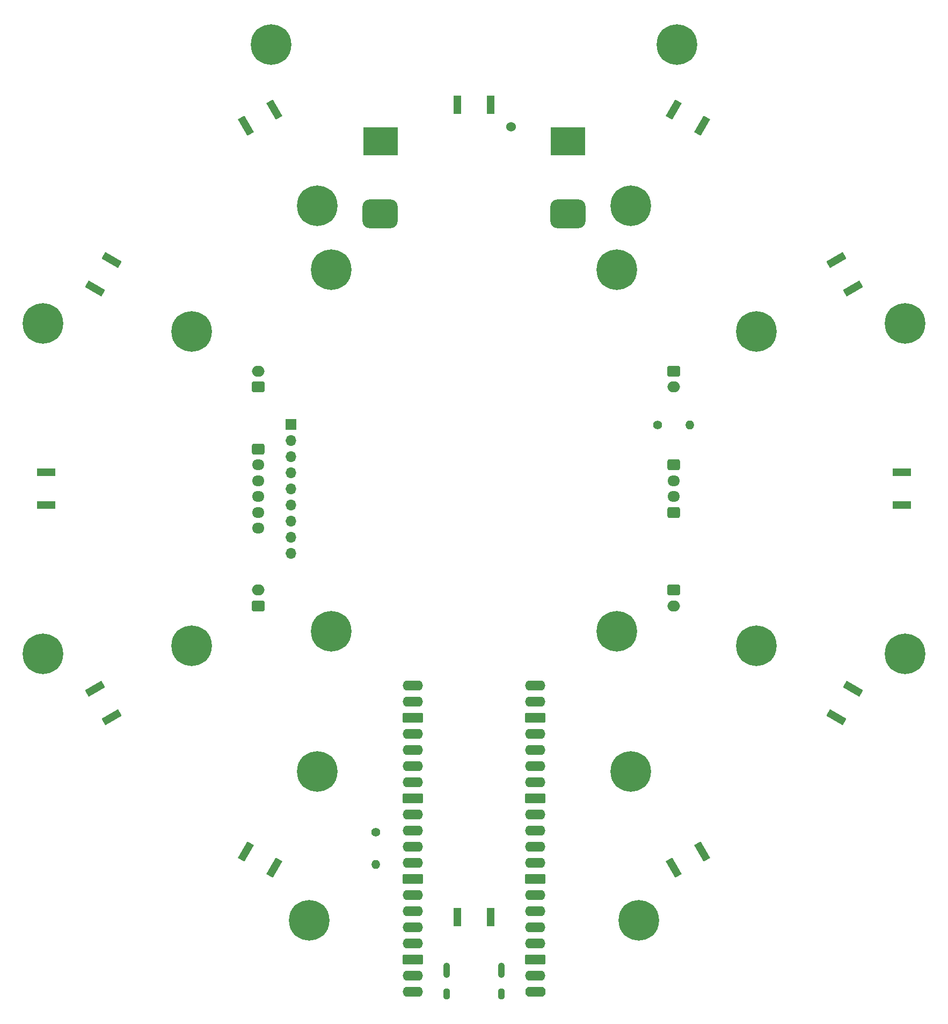
<source format=gbr>
%TF.GenerationSoftware,KiCad,Pcbnew,8.0.3*%
%TF.CreationDate,2024-06-14T01:25:08+08:00*%
%TF.ProjectId,bottom-rounded,626f7474-6f6d-42d7-926f-756e6465642e,1.2.0*%
%TF.SameCoordinates,Original*%
%TF.FileFunction,Soldermask,Top*%
%TF.FilePolarity,Negative*%
%FSLAX46Y46*%
G04 Gerber Fmt 4.6, Leading zero omitted, Abs format (unit mm)*
G04 Created by KiCad (PCBNEW 8.0.3) date 2024-06-14 01:25:08*
%MOMM*%
%LPD*%
G01*
G04 APERTURE LIST*
G04 Aperture macros list*
%AMRoundRect*
0 Rectangle with rounded corners*
0 $1 Rounding radius*
0 $2 $3 $4 $5 $6 $7 $8 $9 X,Y pos of 4 corners*
0 Add a 4 corners polygon primitive as box body*
4,1,4,$2,$3,$4,$5,$6,$7,$8,$9,$2,$3,0*
0 Add four circle primitives for the rounded corners*
1,1,$1+$1,$2,$3*
1,1,$1+$1,$4,$5*
1,1,$1+$1,$6,$7*
1,1,$1+$1,$8,$9*
0 Add four rect primitives between the rounded corners*
20,1,$1+$1,$2,$3,$4,$5,0*
20,1,$1+$1,$4,$5,$6,$7,0*
20,1,$1+$1,$6,$7,$8,$9,0*
20,1,$1+$1,$8,$9,$2,$3,0*%
%AMRotRect*
0 Rectangle, with rotation*
0 The origin of the aperture is its center*
0 $1 length*
0 $2 width*
0 $3 Rotation angle, in degrees counterclockwise*
0 Add horizontal line*
21,1,$1,$2,0,0,$3*%
%AMFreePoly0*
4,1,26,1.935306,0.780194,1.989950,0.741421,2.341421,0.389950,2.388777,0.314585,2.400000,0.248529,2.400000,-0.248529,2.380194,-0.335306,2.341421,-0.389950,1.989950,-0.741421,1.914585,-0.788777,1.848529,-0.800000,0.000000,-0.800000,-0.248529,-0.800000,-0.335306,-0.780194,-0.389950,-0.741421,-0.741421,-0.389950,-0.788777,-0.314585,-0.800000,-0.248529,-0.800000,0.248529,-0.780194,0.335306,
-0.741421,0.389950,-0.389950,0.741421,-0.314585,0.788777,-0.248529,0.800000,1.848529,0.800000,1.935306,0.780194,1.935306,0.780194,$1*%
%AMFreePoly1*
4,1,26,0.335306,0.780194,0.389950,0.741421,0.741421,0.389950,0.788777,0.314585,0.800000,0.248529,0.800000,-0.248529,0.780194,-0.335306,0.741421,-0.389950,0.389950,-0.741421,0.314585,-0.788777,0.248529,-0.800000,0.000000,-0.800000,-0.248529,-0.800000,-0.335306,-0.780194,-0.389950,-0.741421,-0.741421,-0.389950,-0.788777,-0.314585,-0.800000,-0.248529,-0.800000,0.248529,-0.780194,0.335306,
-0.741421,0.389950,-0.389950,0.741421,-0.314585,0.788777,-0.248529,0.800000,0.248529,0.800000,0.335306,0.780194,0.335306,0.780194,$1*%
G04 Aperture macros list end*
%ADD10O,1.100000X1.800000*%
%ADD11O,1.100000X2.400000*%
%ADD12FreePoly0,180.000000*%
%ADD13FreePoly1,180.000000*%
%ADD14O,3.200000X1.600000*%
%ADD15C,1.600000*%
%ADD16RoundRect,0.200000X1.400000X0.600000X-1.400000X0.600000X-1.400000X-0.600000X1.400000X-0.600000X0*%
%ADD17RoundRect,0.200000X0.600000X0.600000X-0.600000X0.600000X-0.600000X-0.600000X0.600000X-0.600000X0*%
%ADD18RoundRect,0.250000X0.725000X-0.600000X0.725000X0.600000X-0.725000X0.600000X-0.725000X-0.600000X0*%
%ADD19O,1.950000X1.700000*%
%ADD20C,0.800000*%
%ADD21C,6.400000*%
%ADD22RoundRect,0.250000X0.750000X-0.600000X0.750000X0.600000X-0.750000X0.600000X-0.750000X-0.600000X0*%
%ADD23O,2.000000X1.700000*%
%ADD24RotRect,1.190000X3.000000X120.000000*%
%ADD25RotRect,1.190000X3.000000X330.000000*%
%ADD26R,3.000000X1.190000*%
%ADD27R,1.190000X3.000000*%
%ADD28R,1.700000X1.700000*%
%ADD29O,1.700000X1.700000*%
%ADD30C,1.400000*%
%ADD31O,1.400000X1.400000*%
%ADD32RotRect,1.190000X3.000000X150.000000*%
%ADD33RotRect,1.190000X3.000000X300.000000*%
%ADD34RoundRect,0.250000X-0.725000X0.600000X-0.725000X-0.600000X0.725000X-0.600000X0.725000X0.600000X0*%
%ADD35RoundRect,0.250000X-0.750000X0.600000X-0.750000X-0.600000X0.750000X-0.600000X0.750000X0.600000X0*%
%ADD36RotRect,1.190000X3.000000X30.000000*%
%ADD37RotRect,1.190000X3.000000X60.000000*%
%ADD38RotRect,1.190000X3.000000X240.000000*%
%ADD39R,5.544000X4.528000*%
%ADD40RoundRect,1.132000X1.640000X-1.132000X1.640000X1.132000X-1.640000X1.132000X-1.640000X-1.132000X0*%
%ADD41C,1.700000*%
%ADD42C,1.524000*%
%ADD43RotRect,1.190000X3.000000X210.000000*%
G04 APERTURE END LIST*
D10*
%TO.C,U1*%
X104325000Y-179630000D03*
D11*
X104325000Y-175930000D03*
D10*
X95675000Y-179630000D03*
D11*
X95675000Y-175930000D03*
D12*
X110490000Y-179260000D03*
D13*
X108890000Y-179260000D03*
D14*
X109690000Y-176720000D03*
D15*
X108890000Y-176720000D03*
D16*
X109690000Y-174180000D03*
D17*
X108890000Y-174180000D03*
D14*
X109690000Y-171640000D03*
D15*
X108890000Y-171640000D03*
D14*
X109690000Y-169100000D03*
D15*
X108890000Y-169100000D03*
D14*
X109690000Y-166560000D03*
D15*
X108890000Y-166560000D03*
D14*
X109690000Y-164020000D03*
D15*
X108890000Y-164020000D03*
D16*
X109690000Y-161480000D03*
D17*
X108890000Y-161480000D03*
D14*
X109690000Y-158940000D03*
D15*
X108890000Y-158940000D03*
D14*
X109690000Y-156400000D03*
D15*
X108890000Y-156400000D03*
D14*
X109690000Y-153860000D03*
D15*
X108890000Y-153860000D03*
D14*
X109690000Y-151320000D03*
D15*
X108890000Y-151320000D03*
D16*
X109690000Y-148780000D03*
D17*
X108890000Y-148780000D03*
D14*
X109690000Y-146240000D03*
D15*
X108890000Y-146240000D03*
D14*
X109690000Y-143700000D03*
D15*
X108890000Y-143700000D03*
D14*
X109690000Y-141160000D03*
D15*
X108890000Y-141160000D03*
D14*
X109690000Y-138620000D03*
D15*
X108890000Y-138620000D03*
D16*
X109690000Y-136080000D03*
D17*
X108890000Y-136080000D03*
D14*
X109690000Y-133540000D03*
D15*
X108890000Y-133540000D03*
D14*
X109690000Y-131000000D03*
D15*
X108890000Y-131000000D03*
X91110000Y-131000000D03*
D14*
X90310000Y-131000000D03*
D15*
X91110000Y-133540000D03*
D14*
X90310000Y-133540000D03*
D17*
X91110000Y-136080000D03*
D16*
X90310000Y-136080000D03*
D15*
X91110000Y-138620000D03*
D14*
X90310000Y-138620000D03*
D15*
X91110000Y-141160000D03*
D14*
X90310000Y-141160000D03*
D15*
X91110000Y-143700000D03*
D14*
X90310000Y-143700000D03*
D15*
X91110000Y-146240000D03*
D14*
X90310000Y-146240000D03*
D17*
X91110000Y-148780000D03*
D16*
X90310000Y-148780000D03*
D15*
X91110000Y-151320000D03*
D14*
X90310000Y-151320000D03*
D15*
X91110000Y-153860000D03*
D14*
X90310000Y-153860000D03*
D15*
X91110000Y-156400000D03*
D14*
X90310000Y-156400000D03*
D15*
X91110000Y-158940000D03*
D14*
X90310000Y-158940000D03*
D17*
X91110000Y-161480000D03*
D16*
X90310000Y-161480000D03*
D15*
X91110000Y-164020000D03*
D14*
X90310000Y-164020000D03*
D15*
X91110000Y-166560000D03*
D14*
X90310000Y-166560000D03*
D15*
X91110000Y-169100000D03*
D14*
X90310000Y-169100000D03*
D15*
X91110000Y-171640000D03*
D14*
X90310000Y-171640000D03*
D17*
X91110000Y-174180000D03*
D16*
X90310000Y-174180000D03*
D15*
X91110000Y-176720000D03*
D14*
X90310000Y-176720000D03*
D15*
X91110000Y-179260000D03*
D14*
X90310000Y-179260000D03*
%TD*%
D18*
%TO.C,J4*%
X131500000Y-103750000D03*
D19*
X131500000Y-101250000D03*
X131500000Y-98750000D03*
D18*
X131500000Y-96250000D03*
%TD*%
D20*
%TO.C,H20*%
X120100000Y-65500000D03*
X120802944Y-63802944D03*
X120802944Y-67197056D03*
X122500000Y-63100000D03*
D21*
X122500000Y-65500000D03*
D20*
X122500000Y-67900000D03*
X124197056Y-63802944D03*
X124197056Y-67197056D03*
X124900000Y-65500000D03*
%TD*%
D22*
%TO.C,J7*%
X66000000Y-118500000D03*
D23*
X66000000Y-116000000D03*
%TD*%
D24*
%TO.C,D9*%
X42840500Y-135997336D03*
X40245500Y-131502664D03*
%TD*%
D25*
%TO.C,D2*%
X131502664Y-40245500D03*
X135997336Y-42840500D03*
%TD*%
D26*
%TO.C,D4*%
X167500000Y-97405000D03*
X167500000Y-102595000D03*
%TD*%
D27*
%TO.C,D1*%
X97405000Y-39500000D03*
X102595000Y-39500000D03*
%TD*%
D28*
%TO.C,J2*%
X71120000Y-89850000D03*
D29*
X71120000Y-92390000D03*
X71120000Y-94930000D03*
X71120000Y-97470000D03*
X71120000Y-100010000D03*
X71120000Y-102550000D03*
X71120000Y-105090000D03*
X71120000Y-107630000D03*
X71120000Y-110170000D03*
%TD*%
D30*
%TO.C,R14*%
X84500000Y-154140000D03*
D31*
X84500000Y-159220000D03*
%TD*%
D20*
%TO.C,H10*%
X53052273Y-75251263D03*
X53755217Y-73554207D03*
X53755217Y-76948319D03*
X55452273Y-72851263D03*
D21*
X55452273Y-75251263D03*
D20*
X55452273Y-77651263D03*
X57149329Y-73554207D03*
X57149329Y-76948319D03*
X57852273Y-75251263D03*
%TD*%
%TO.C,H18*%
X75100000Y-122500000D03*
X75802944Y-120802944D03*
X75802944Y-124197056D03*
X77500000Y-120100000D03*
D21*
X77500000Y-122500000D03*
D20*
X77500000Y-124900000D03*
X79197056Y-120802944D03*
X79197056Y-124197056D03*
X79900000Y-122500000D03*
%TD*%
%TO.C,H12*%
X72851263Y-144547727D03*
X73554207Y-142850671D03*
X73554207Y-146244783D03*
X75251263Y-142147727D03*
D21*
X75251263Y-144547727D03*
D20*
X75251263Y-146947727D03*
X76948319Y-142850671D03*
X76948319Y-146244783D03*
X77651263Y-144547727D03*
%TD*%
%TO.C,H8*%
X29600000Y-126000000D03*
X30302944Y-124302944D03*
X30302944Y-127697056D03*
X32000000Y-123600000D03*
D21*
X32000000Y-126000000D03*
D20*
X32000000Y-128400000D03*
X33697056Y-124302944D03*
X33697056Y-127697056D03*
X34400000Y-126000000D03*
%TD*%
D32*
%TO.C,D8*%
X68497336Y-159754500D03*
X64002664Y-157159500D03*
%TD*%
D20*
%TO.C,H11*%
X53052273Y-124748737D03*
X53755217Y-123051681D03*
X53755217Y-126445793D03*
X55452273Y-122348737D03*
D21*
X55452273Y-124748737D03*
D20*
X55452273Y-127148737D03*
X57149329Y-123051681D03*
X57149329Y-126445793D03*
X57852273Y-124748737D03*
%TD*%
%TO.C,H6*%
X71600000Y-168000000D03*
X72302944Y-166302944D03*
X72302944Y-169697056D03*
X74000000Y-165600000D03*
D21*
X74000000Y-168000000D03*
D20*
X74000000Y-170400000D03*
X75697056Y-166302944D03*
X75697056Y-169697056D03*
X76400000Y-168000000D03*
%TD*%
%TO.C,H9*%
X72851263Y-55452273D03*
X73554207Y-53755217D03*
X73554207Y-57149329D03*
X75251263Y-53052273D03*
D21*
X75251263Y-55452273D03*
D20*
X75251263Y-57852273D03*
X76948319Y-53755217D03*
X76948319Y-57149329D03*
X77651263Y-55452273D03*
%TD*%
%TO.C,H5*%
X123600000Y-168000000D03*
X124302944Y-166302944D03*
X124302944Y-169697056D03*
X126000000Y-165600000D03*
D21*
X126000000Y-168000000D03*
D20*
X126000000Y-170400000D03*
X127697056Y-166302944D03*
X127697056Y-169697056D03*
X128400000Y-168000000D03*
%TD*%
D33*
%TO.C,D3*%
X157159500Y-64002664D03*
X159754500Y-68497336D03*
%TD*%
D22*
%TO.C,J6*%
X66000000Y-84000000D03*
D23*
X66000000Y-81500000D03*
%TD*%
D34*
%TO.C,J1*%
X66000000Y-93750000D03*
D19*
X66000000Y-96250000D03*
X66000000Y-98750000D03*
X66000000Y-101250000D03*
X66000000Y-103750000D03*
X66000000Y-106250000D03*
%TD*%
D27*
%TO.C,D7*%
X102595000Y-167500000D03*
X97405000Y-167500000D03*
%TD*%
D35*
%TO.C,J3*%
X131500000Y-81500000D03*
D23*
X131500000Y-84000000D03*
%TD*%
D20*
%TO.C,H15*%
X122348737Y-144547727D03*
X123051681Y-142850671D03*
X123051681Y-146244783D03*
X124748737Y-142147727D03*
D21*
X124748737Y-144547727D03*
D20*
X124748737Y-146947727D03*
X126445793Y-142850671D03*
X126445793Y-146244783D03*
X127148737Y-144547727D03*
%TD*%
D36*
%TO.C,D12*%
X64002664Y-42840500D03*
X68497336Y-40245500D03*
%TD*%
D20*
%TO.C,H16*%
X122348737Y-55452273D03*
X123051681Y-53755217D03*
X123051681Y-57149329D03*
X124748737Y-53052273D03*
D21*
X124748737Y-55452273D03*
D20*
X124748737Y-57852273D03*
X126445793Y-53755217D03*
X126445793Y-57149329D03*
X127148737Y-55452273D03*
%TD*%
%TO.C,H2*%
X129600000Y-30000000D03*
X130302944Y-28302944D03*
X130302944Y-31697056D03*
X132000000Y-27600000D03*
D21*
X132000000Y-30000000D03*
D20*
X132000000Y-32400000D03*
X133697056Y-28302944D03*
X133697056Y-31697056D03*
X134400000Y-30000000D03*
%TD*%
%TO.C,H1*%
X65600000Y-30000000D03*
X66302944Y-28302944D03*
X66302944Y-31697056D03*
X68000000Y-27600000D03*
D21*
X68000000Y-30000000D03*
D20*
X68000000Y-32400000D03*
X69697056Y-28302944D03*
X69697056Y-31697056D03*
X70400000Y-30000000D03*
%TD*%
%TO.C,H14*%
X142147727Y-124748737D03*
X142850671Y-123051681D03*
X142850671Y-126445793D03*
X144547727Y-122348737D03*
D21*
X144547727Y-124748737D03*
D20*
X144547727Y-127148737D03*
X146244783Y-123051681D03*
X146244783Y-126445793D03*
X146947727Y-124748737D03*
%TD*%
D37*
%TO.C,D11*%
X40245500Y-68497336D03*
X42840500Y-64002664D03*
%TD*%
D20*
%TO.C,H13*%
X142147727Y-75251263D03*
X142850671Y-73554207D03*
X142850671Y-76948319D03*
X144547727Y-72851263D03*
D21*
X144547727Y-75251263D03*
D20*
X144547727Y-77651263D03*
X146244783Y-73554207D03*
X146244783Y-76948319D03*
X146947727Y-75251263D03*
%TD*%
%TO.C,H17*%
X120100000Y-122500000D03*
X120802944Y-120802944D03*
X120802944Y-124197056D03*
X122500000Y-120100000D03*
D21*
X122500000Y-122500000D03*
D20*
X122500000Y-124900000D03*
X124197056Y-120802944D03*
X124197056Y-124197056D03*
X124900000Y-122500000D03*
%TD*%
D38*
%TO.C,D5*%
X159754500Y-131502664D03*
X157159500Y-135997336D03*
%TD*%
D39*
%TO.C,U2*%
X85227000Y-45270000D03*
D28*
X87005000Y-44000000D03*
X87005000Y-46540000D03*
D40*
X85205000Y-56678000D03*
D41*
X87005000Y-55430000D03*
X87005000Y-57970000D03*
X113005000Y-55430000D03*
X113005000Y-57970000D03*
D40*
X114805000Y-56700000D03*
D28*
X113005000Y-44000000D03*
X113005000Y-46540000D03*
D39*
X114805000Y-45270000D03*
D42*
X105801000Y-42954000D03*
%TD*%
D20*
%TO.C,H7*%
X29600000Y-74000000D03*
X30302944Y-72302944D03*
X30302944Y-75697056D03*
X32000000Y-71600000D03*
D21*
X32000000Y-74000000D03*
D20*
X32000000Y-76400000D03*
X33697056Y-72302944D03*
X33697056Y-75697056D03*
X34400000Y-74000000D03*
%TD*%
D35*
%TO.C,J5*%
X131500000Y-116000000D03*
D23*
X131500000Y-118500000D03*
%TD*%
D20*
%TO.C,H19*%
X75100000Y-65500000D03*
X75802944Y-63802944D03*
X75802944Y-67197056D03*
X77500000Y-63100000D03*
D21*
X77500000Y-65500000D03*
D20*
X77500000Y-67900000D03*
X79197056Y-63802944D03*
X79197056Y-67197056D03*
X79900000Y-65500000D03*
%TD*%
D26*
%TO.C,D10*%
X32500000Y-102595000D03*
X32500000Y-97405000D03*
%TD*%
D43*
%TO.C,D6*%
X135997336Y-157159500D03*
X131502664Y-159754500D03*
%TD*%
D30*
%TO.C,R13*%
X128960000Y-90000000D03*
D31*
X134040000Y-90000000D03*
%TD*%
D20*
%TO.C,H3*%
X165600000Y-74000000D03*
X166302944Y-72302944D03*
X166302944Y-75697056D03*
X168000000Y-71600000D03*
D21*
X168000000Y-74000000D03*
D20*
X168000000Y-76400000D03*
X169697056Y-72302944D03*
X169697056Y-75697056D03*
X170400000Y-74000000D03*
%TD*%
%TO.C,H4*%
X165600000Y-126000000D03*
X166302944Y-124302944D03*
X166302944Y-127697056D03*
X168000000Y-123600000D03*
D21*
X168000000Y-126000000D03*
D20*
X168000000Y-128400000D03*
X169697056Y-124302944D03*
X169697056Y-127697056D03*
X170400000Y-126000000D03*
%TD*%
M02*

</source>
